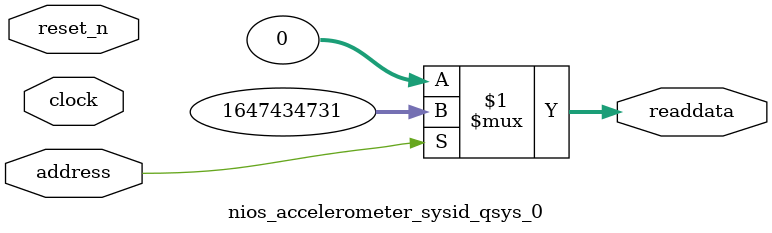
<source format=v>



// synthesis translate_off
`timescale 1ns / 1ps
// synthesis translate_on

// turn off superfluous verilog processor warnings 
// altera message_level Level1 
// altera message_off 10034 10035 10036 10037 10230 10240 10030 

module nios_accelerometer_sysid_qsys_0 (
               // inputs:
                address,
                clock,
                reset_n,

               // outputs:
                readdata
             )
;

  output  [ 31: 0] readdata;
  input            address;
  input            clock;
  input            reset_n;

  wire    [ 31: 0] readdata;
  //control_slave, which is an e_avalon_slave
  assign readdata = address ? 1647434731 : 0;

endmodule



</source>
